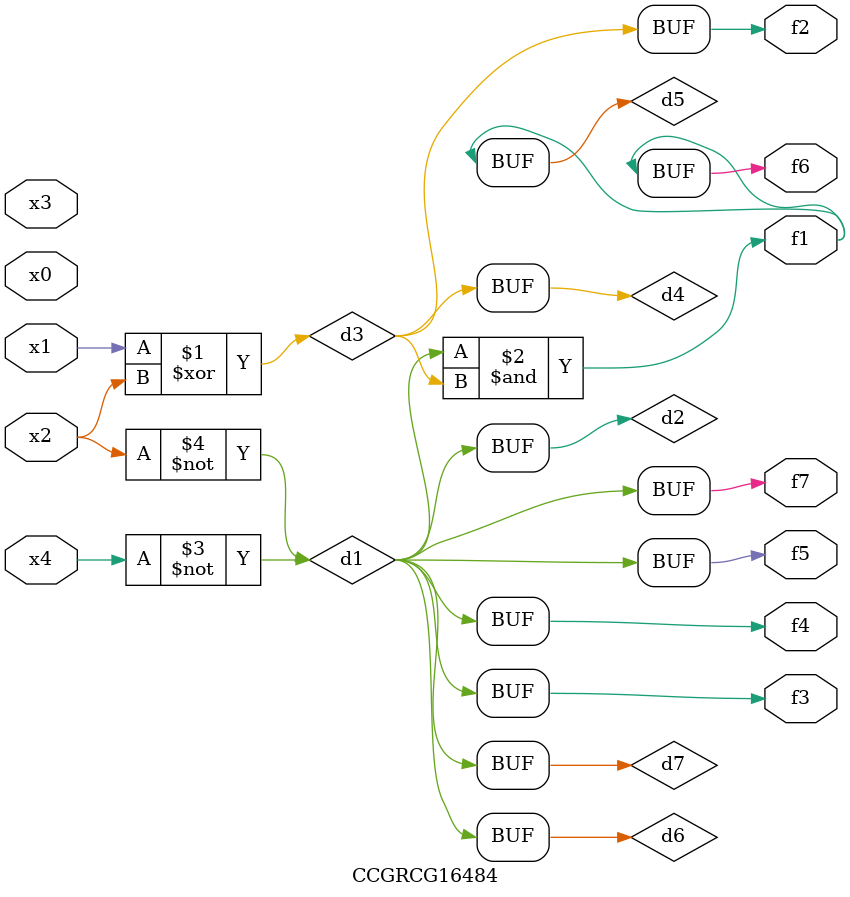
<source format=v>
module CCGRCG16484(
	input x0, x1, x2, x3, x4,
	output f1, f2, f3, f4, f5, f6, f7
);

	wire d1, d2, d3, d4, d5, d6, d7;

	not (d1, x4);
	not (d2, x2);
	xor (d3, x1, x2);
	buf (d4, d3);
	and (d5, d1, d3);
	buf (d6, d1, d2);
	buf (d7, d2);
	assign f1 = d5;
	assign f2 = d4;
	assign f3 = d7;
	assign f4 = d7;
	assign f5 = d7;
	assign f6 = d5;
	assign f7 = d7;
endmodule

</source>
